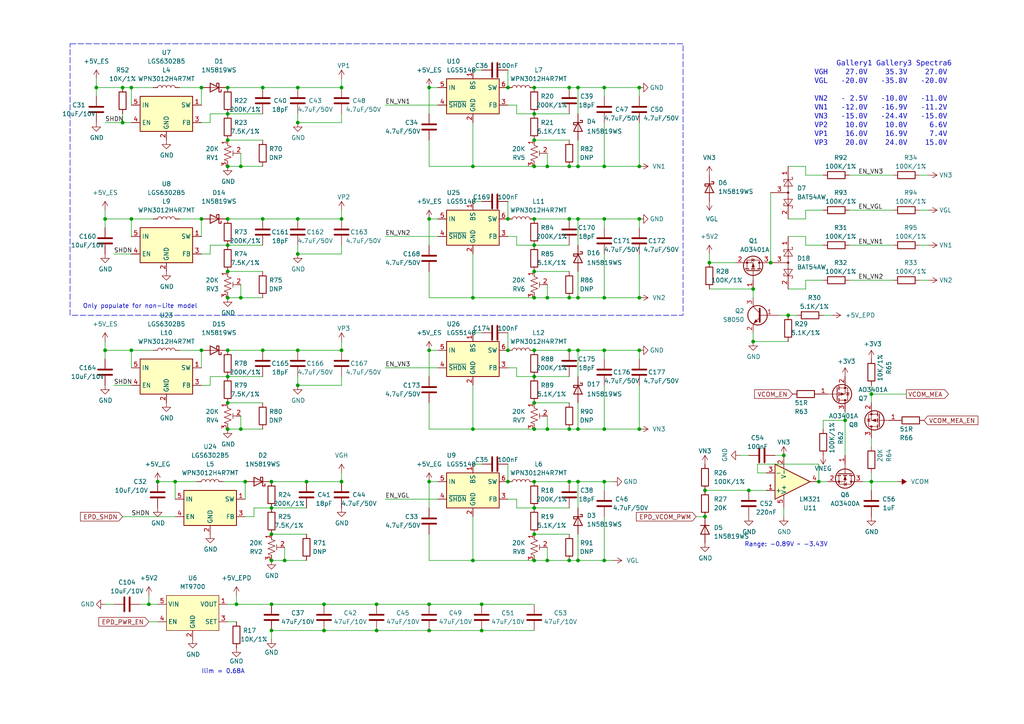
<source format=kicad_sch>
(kicad_sch (version 20231120) (generator "eeschema") (generator_version "8.0")
  (paper "A4")
  (junction (at 154.94 124.46))
  (junction (at 109.22 182.88))
  (junction (at 66.04 124.46))
  (junction (at 154.94 48.26))
  (junction (at 167.64 139.7))
  (junction (at 66.04 78.74))
  (junction (at 167.64 86.36))
  (junction (at 99.06 139.7))
  (junction (at 71.12 139.7))
  (junction (at 175.26 139.7))
  (junction (at 154.94 40.64))
  (junction (at 124.46 25.4))
  (junction (at 27.94 25.4))
  (junction (at 88.9 139.7))
  (junction (at 66.04 116.84))
  (junction (at 165.1 25.4))
  (junction (at 76.2 63.5))
  (junction (at 185.42 86.36))
  (junction (at 175.26 162.56))
  (junction (at 204.47 142.24))
  (junction (at 154.94 86.36))
  (junction (at 30.48 101.6))
  (junction (at 76.2 101.6))
  (junction (at 154.94 147.32) (diameter 0.9144))
  (junction (at 175.26 86.36))
  (junction (at 69.85 86.36))
  (junction (at 38.1 101.6))
  (junction (at 154.94 109.22) (diameter 0.9144))
  (junction (at 147.32 63.5))
  (junction (at 78.74 147.32) (diameter 0.9144))
  (junction (at 35.56 25.4))
  (junction (at 69.85 124.46))
  (junction (at 35.56 35.56))
  (junction (at 154.94 154.94))
  (junction (at 124.46 101.6))
  (junction (at 68.58 175.26))
  (junction (at 99.06 101.6))
  (junction (at 154.94 25.4))
  (junction (at 78.74 139.7))
  (junction (at 167.64 124.46))
  (junction (at 185.42 25.4))
  (junction (at 167.64 48.26))
  (junction (at 66.04 48.26))
  (junction (at 185.42 101.6))
  (junction (at 154.94 78.74))
  (junction (at 217.17 142.24))
  (junction (at 167.64 162.56))
  (junction (at 165.1 139.7))
  (junction (at 58.42 63.5))
  (junction (at 66.04 63.5))
  (junction (at 154.94 116.84))
  (junction (at 227.33 132.08))
  (junction (at 124.46 175.26))
  (junction (at 58.42 25.4))
  (junction (at 78.74 154.94))
  (junction (at 139.7 175.26))
  (junction (at 165.1 162.56))
  (junction (at 165.1 101.6))
  (junction (at 86.36 35.56))
  (junction (at 175.26 25.4))
  (junction (at 86.36 111.76))
  (junction (at 218.44 99.06))
  (junction (at 137.16 86.36))
  (junction (at 69.85 48.26))
  (junction (at 66.04 33.02) (diameter 0.9144))
  (junction (at 185.42 63.5))
  (junction (at 124.46 139.7))
  (junction (at 175.26 63.5))
  (junction (at 99.06 25.4))
  (junction (at 158.75 124.46))
  (junction (at 154.94 71.12) (diameter 0.9144))
  (junction (at 228.6 91.44))
  (junction (at 223.52 76.2))
  (junction (at 167.64 25.4))
  (junction (at 93.98 175.26))
  (junction (at 82.55 162.56))
  (junction (at 165.1 63.5))
  (junction (at 38.1 63.5))
  (junction (at 147.32 101.6))
  (junction (at 252.73 139.7))
  (junction (at 218.44 83.82))
  (junction (at 124.46 182.88))
  (junction (at 185.42 48.26))
  (junction (at 93.98 182.88))
  (junction (at 137.16 48.26))
  (junction (at 154.94 101.6))
  (junction (at 175.26 101.6))
  (junction (at 43.18 175.26))
  (junction (at 205.74 76.2))
  (junction (at 154.94 139.7))
  (junction (at 66.04 86.36))
  (junction (at 167.64 63.5))
  (junction (at 58.42 101.6))
  (junction (at 86.36 101.6))
  (junction (at 158.75 48.26))
  (junction (at 139.7 182.88))
  (junction (at 154.94 63.5))
  (junction (at 185.42 124.46))
  (junction (at 78.74 162.56))
  (junction (at 45.72 139.7))
  (junction (at 237.49 139.7))
  (junction (at 154.94 162.56))
  (junction (at 175.26 48.26))
  (junction (at 165.1 86.36))
  (junction (at 66.04 40.64))
  (junction (at 66.04 101.6))
  (junction (at 86.36 25.4))
  (junction (at 38.1 25.4))
  (junction (at 86.36 63.5))
  (junction (at 30.48 63.5))
  (junction (at 158.75 162.56))
  (junction (at 78.74 182.88))
  (junction (at 99.06 63.5))
  (junction (at 86.36 73.66))
  (junction (at 167.64 101.6))
  (junction (at 158.75 86.36))
  (junction (at 137.16 162.56))
  (junction (at 66.04 25.4))
  (junction (at 66.04 109.22) (diameter 0.9144))
  (junction (at 252.73 114.3))
  (junction (at 245.11 121.92))
  (junction (at 137.16 124.46))
  (junction (at 50.8 139.7))
  (junction (at 124.46 63.5))
  (junction (at 165.1 124.46))
  (junction (at 147.32 139.7))
  (junction (at 109.22 175.26))
  (junction (at 76.2 25.4))
  (junction (at 147.32 25.4))
  (junction (at 175.26 124.46))
  (junction (at 204.47 149.86))
  (junction (at 154.94 33.02) (diameter 0.9144))
  (junction (at 66.04 71.12) (diameter 0.9144))
  (junction (at 78.74 175.26))
  (junction (at 165.1 48.26))
  (wire (pts (xy 252.73 127) (xy 252.73 129.54)))
  (wire (pts (xy 86.36 33.02) (xy 86.36 35.56)))
  (wire (pts (xy 147.32 68.58) (xy 149.86 68.58)))
  (wire (pts (xy 154.94 154.94) (xy 165.1 154.94)))
  (wire (pts (xy 167.64 139.7) (xy 175.26 139.7)))
  (wire (pts (xy 246.38 60.96) (xy 259.08 60.96)))
  (wire (pts (xy 158.75 158.75) (xy 158.75 162.56)))
  (wire (pts (xy 30.48 101.6) (xy 38.1 101.6)))
  (wire (pts (xy 99.06 71.12) (xy 99.06 73.66)))
  (wire (pts (xy 158.75 120.65) (xy 158.75 124.46)))
  (wire (pts (xy 165.1 124.46) (xy 167.64 124.46)))
  (wire (pts (xy 30.48 63.5) (xy 38.1 63.5)))
  (wire (pts (xy 175.26 73.66) (xy 175.26 86.36)))
  (wire (pts (xy 175.26 25.4) (xy 185.42 25.4)))
  (wire (pts (xy 35.56 25.4) (xy 38.1 25.4)))
  (wire (pts (xy 217.17 132.08) (xy 214.63 132.08)))
  (wire (pts (xy 43.18 180.34) (xy 45.72 180.34)))
  (wire (pts (xy 124.46 63.5) (xy 127 63.5)))
  (wire (pts (xy 218.44 83.82) (xy 218.44 86.36)))
  (wire (pts (xy 82.55 158.75) (xy 82.55 162.56)))
  (wire (pts (xy 233.68 60.96) (xy 238.76 60.96)))
  (wire (pts (xy 66.04 124.46) (xy 69.85 124.46)))
  (wire (pts (xy 86.36 101.6) (xy 99.06 101.6)))
  (wire (pts (xy 154.94 33.02) (xy 149.86 33.02)))
  (wire (pts (xy 66.04 116.84) (xy 76.2 116.84)))
  (wire (pts (xy 71.12 139.7) (xy 71.12 144.78)))
  (wire (pts (xy 167.64 101.6) (xy 167.64 109.22)))
  (wire (pts (xy 167.64 139.7) (xy 167.64 147.32)))
  (wire (pts (xy 137.16 58.42) (xy 139.7 58.42)))
  (wire (pts (xy 124.46 40.64) (xy 124.46 48.26)))
  (wire (pts (xy 165.1 162.56) (xy 167.64 162.56)))
  (wire (pts (xy 60.96 71.12) (xy 66.04 71.12)))
  (wire (pts (xy 111.76 68.58) (xy 127 68.58)))
  (wire (pts (xy 167.64 124.46) (xy 175.26 124.46)))
  (wire (pts (xy 35.56 35.56) (xy 38.1 35.56)))
  (wire (pts (xy 50.8 139.7) (xy 50.8 144.78)))
  (wire (pts (xy 109.22 182.88) (xy 124.46 182.88)))
  (wire (pts (xy 93.98 175.26) (xy 109.22 175.26)))
  (wire (pts (xy 237.49 134.62) (xy 219.71 134.62)))
  (wire (pts (xy 175.26 63.5) (xy 175.26 66.04)))
  (wire (pts (xy 111.76 144.78) (xy 127 144.78)))
  (wire (pts (xy 66.04 175.26) (xy 68.58 175.26)))
  (wire (pts (xy 175.26 101.6) (xy 175.26 104.14)))
  (wire (pts (xy 185.42 35.56) (xy 185.42 48.26)))
  (wire (pts (xy 78.74 147.32) (xy 88.9 147.32)))
  (wire (pts (xy 99.06 60.96) (xy 99.06 63.5)))
  (wire (pts (xy 205.74 73.66) (xy 205.74 76.2)))
  (wire (pts (xy 167.64 154.94) (xy 167.64 162.56)))
  (wire (pts (xy 27.94 25.4) (xy 35.56 25.4)))
  (wire (pts (xy 147.32 20.32) (xy 147.32 25.4)))
  (wire (pts (xy 175.26 86.36) (xy 185.42 86.36)))
  (wire (pts (xy 204.47 142.24) (xy 217.17 142.24)))
  (wire (pts (xy 30.48 99.06) (xy 30.48 101.6)))
  (wire (pts (xy 154.94 86.36) (xy 137.16 86.36)))
  (wire (pts (xy 147.32 30.48) (xy 149.86 30.48)))
  (wire (pts (xy 167.64 101.6) (xy 175.26 101.6)))
  (wire (pts (xy 58.42 35.56) (xy 60.96 35.56)))
  (wire (pts (xy 233.68 50.8) (xy 238.76 50.8)))
  (wire (pts (xy 78.74 147.32) (xy 73.66 147.32)))
  (wire (pts (xy 69.85 44.45) (xy 69.85 48.26)))
  (wire (pts (xy 99.06 22.86) (xy 99.06 25.4)))
  (wire (pts (xy 154.94 48.26) (xy 158.75 48.26)))
  (wire (pts (xy 250.19 139.7) (xy 252.73 139.7)))
  (wire (pts (xy 175.26 162.56) (xy 177.8 162.56)))
  (wire (pts (xy 233.68 81.28) (xy 238.76 81.28)))
  (wire (pts (xy 124.46 78.74) (xy 124.46 86.36)))
  (wire (pts (xy 137.16 149.86) (xy 137.16 162.56)))
  (wire (pts (xy 205.74 76.2) (xy 213.36 76.2)))
  (wire (pts (xy 167.64 25.4) (xy 175.26 25.4)))
  (wire (pts (xy 175.26 124.46) (xy 185.42 124.46)))
  (wire (pts (xy 66.04 180.34) (xy 68.58 180.34)))
  (wire (pts (xy 124.46 162.56) (xy 137.16 162.56)))
  (wire (pts (xy 124.46 175.26) (xy 139.7 175.26)))
  (wire (pts (xy 167.64 78.74) (xy 167.64 86.36)))
  (wire (pts (xy 252.73 139.7) (xy 260.35 139.7)))
  (wire (pts (xy 58.42 63.5) (xy 58.42 68.58)))
  (wire (pts (xy 246.38 71.12) (xy 259.08 71.12)))
  (wire (pts (xy 154.94 48.26) (xy 137.16 48.26)))
  (wire (pts (xy 35.56 33.02) (xy 35.56 35.56)))
  (wire (pts (xy 165.1 86.36) (xy 167.64 86.36)))
  (wire (pts (xy 60.96 109.22) (xy 66.04 109.22)))
  (wire (pts (xy 149.86 144.78) (xy 149.86 147.32)))
  (wire (pts (xy 137.16 111.76) (xy 137.16 124.46)))
  (wire (pts (xy 33.02 73.66) (xy 38.1 73.66)))
  (wire (pts (xy 154.94 71.12) (xy 149.86 71.12)))
  (wire (pts (xy 154.94 101.6) (xy 165.1 101.6)))
  (wire (pts (xy 109.22 175.26) (xy 124.46 175.26)))
  (wire (pts (xy 233.68 68.58) (xy 228.6 68.58)))
  (wire (pts (xy 86.36 71.12) (xy 86.36 73.66)))
  (wire (pts (xy 58.42 73.66) (xy 60.96 73.66)))
  (wire (pts (xy 185.42 25.4) (xy 185.42 27.94)))
  (wire (pts (xy 66.04 78.74) (xy 76.2 78.74)))
  (wire (pts (xy 167.64 86.36) (xy 175.26 86.36)))
  (wire (pts (xy 66.04 101.6) (xy 76.2 101.6)))
  (wire (pts (xy 27.94 22.86) (xy 27.94 25.4)))
  (wire (pts (xy 139.7 175.26) (xy 154.94 175.26)))
  (wire (pts (xy 154.94 124.46) (xy 137.16 124.46)))
  (wire (pts (xy 124.46 116.84) (xy 124.46 124.46)))
  (wire (pts (xy 165.1 139.7) (xy 167.64 139.7)))
  (wire (pts (xy 158.75 86.36) (xy 165.1 86.36)))
  (wire (pts (xy 154.94 86.36) (xy 158.75 86.36)))
  (wire (pts (xy 69.85 124.46) (xy 76.2 124.46)))
  (wire (pts (xy 69.85 86.36) (xy 76.2 86.36)))
  (wire (pts (xy 66.04 25.4) (xy 76.2 25.4)))
  (wire (pts (xy 35.56 149.86) (xy 50.8 149.86)))
  (wire (pts (xy 99.06 109.22) (xy 99.06 111.76)))
  (wire (pts (xy 252.73 116.84) (xy 252.73 114.3)))
  (wire (pts (xy 99.06 99.06) (xy 99.06 101.6)))
  (wire (pts (xy 76.2 63.5) (xy 86.36 63.5)))
  (wire (pts (xy 205.74 83.82) (xy 218.44 83.82)))
  (wire (pts (xy 137.16 20.32) (xy 139.7 20.32)))
  (wire (pts (xy 154.94 25.4) (xy 165.1 25.4)))
  (wire (pts (xy 82.55 162.56) (xy 88.9 162.56)))
  (wire (pts (xy 175.26 63.5) (xy 185.42 63.5)))
  (wire (pts (xy 154.94 147.32) (xy 149.86 147.32)))
  (wire (pts (xy 38.1 63.5) (xy 38.1 68.58)))
  (wire (pts (xy 154.94 116.84) (xy 165.1 116.84)))
  (wire (pts (xy 111.76 106.68) (xy 127 106.68)))
  (wire (pts (xy 78.74 175.26) (xy 93.98 175.26)))
  (wire (pts (xy 185.42 111.76) (xy 185.42 124.46)))
  (wire (pts (xy 147.32 134.62) (xy 147.32 139.7)))
  (wire (pts (xy 154.94 162.56) (xy 137.16 162.56)))
  (wire (pts (xy 78.74 139.7) (xy 88.9 139.7)))
  (wire (pts (xy 99.06 111.76) (xy 86.36 111.76)))
  (wire (pts (xy 71.12 149.86) (xy 73.66 149.86)))
  (wire (pts (xy 167.64 63.5) (xy 175.26 63.5)))
  (wire (pts (xy 154.94 109.22) (xy 165.1 109.22)))
  (wire (pts (xy 266.7 71.12) (xy 269.24 71.12)))
  (wire (pts (xy 158.75 44.45) (xy 158.75 48.26)))
  (wire (pts (xy 245.11 119.38) (xy 245.11 121.92)))
  (wire (pts (xy 167.64 48.26) (xy 175.26 48.26)))
  (wire (pts (xy 227.33 147.32) (xy 227.33 149.86)))
  (wire (pts (xy 233.68 60.96) (xy 233.68 63.5)))
  (wire (pts (xy 86.36 109.22) (xy 86.36 111.76)))
  (wire (pts (xy 45.72 139.7) (xy 50.8 139.7)))
  (wire (pts (xy 154.94 63.5) (xy 165.1 63.5)))
  (wire (pts (xy 66.04 40.64) (xy 76.2 40.64)))
  (wire (pts (xy 93.98 182.88) (xy 109.22 182.88)))
  (wire (pts (xy 266.7 81.28) (xy 269.24 81.28)))
  (wire (pts (xy 252.73 111.76) (xy 252.73 114.3)))
  (wire (pts (xy 38.1 25.4) (xy 38.1 30.48)))
  (wire (pts (xy 58.42 111.76) (xy 60.96 111.76)))
  (wire (pts (xy 175.26 149.86) (xy 175.26 162.56)))
  (wire (pts (xy 154.94 71.12) (xy 165.1 71.12)))
  (wire (pts (xy 233.68 83.82) (xy 228.6 83.82)))
  (wire (pts (xy 237.49 139.7) (xy 237.49 134.62)))
  (wire (pts (xy 154.94 162.56) (xy 158.75 162.56)))
  (wire (pts (xy 175.26 111.76) (xy 175.26 124.46)))
  (wire (pts (xy 111.76 30.48) (xy 127 30.48)))
  (wire (pts (xy 149.86 30.48) (xy 149.86 33.02)))
  (wire (pts (xy 124.46 86.36) (xy 137.16 86.36)))
  (wire (pts (xy 147.32 144.78) (xy 149.86 144.78)))
  (wire (pts (xy 252.73 139.7) (xy 252.73 142.24)))
  (wire (pts (xy 167.64 40.64) (xy 167.64 48.26)))
  (wire (pts (xy 223.52 55.88) (xy 223.52 76.2)))
  (wire (pts (xy 38.1 101.6) (xy 44.45 101.6)))
  (wire (pts (xy 175.26 25.4) (xy 175.26 27.94)))
  (wire (pts (xy 165.1 101.6) (xy 167.64 101.6)))
  (wire (pts (xy 175.26 101.6) (xy 185.42 101.6)))
  (wire (pts (xy 124.46 124.46) (xy 137.16 124.46)))
  (wire (pts (xy 30.48 175.26) (xy 33.02 175.26)))
  (wire (pts (xy 33.02 111.76) (xy 38.1 111.76)))
  (wire (pts (xy 201.93 149.86) (xy 204.47 149.86)))
  (wire (pts (xy 30.48 35.56) (xy 35.56 35.56)))
  (wire (pts (xy 139.7 182.88) (xy 154.94 182.88)))
  (wire (pts (xy 38.1 63.5) (xy 44.45 63.5)))
  (wire (pts (xy 154.94 124.46) (xy 158.75 124.46)))
  (wire (pts (xy 66.04 86.36) (xy 69.85 86.36)))
  (wire (pts (xy 238.76 121.92) (xy 245.11 121.92)))
  (wire (pts (xy 30.48 101.6) (xy 30.48 104.14)))
  (wire (pts (xy 154.94 78.74) (xy 165.1 78.74)))
  (wire (pts (xy 167.64 25.4) (xy 167.64 33.02)))
  (wire (pts (xy 30.48 60.96) (xy 30.48 63.5)))
  (wire (pts (xy 60.96 33.02) (xy 66.04 33.02)))
  (wire (pts (xy 69.85 82.55) (xy 69.85 86.36)))
  (wire (pts (xy 233.68 50.8) (xy 233.68 48.26)))
  (wire (pts (xy 124.46 63.5) (xy 124.46 71.12)))
  (wire (pts (xy 233.68 71.12) (xy 238.76 71.12)))
  (wire (pts (xy 158.75 82.55) (xy 158.75 86.36)))
  (wire (pts (xy 43.18 175.26) (xy 45.72 175.26)))
  (wire (pts (xy 175.26 139.7) (xy 177.8 139.7)))
  (wire (pts (xy 124.46 101.6) (xy 124.46 109.22)))
  (wire (pts (xy 52.07 63.5) (xy 58.42 63.5)))
  (wire (pts (xy 60.96 111.76) (xy 60.96 109.22)))
  (wire (pts (xy 66.04 109.22) (xy 76.2 109.22)))
  (wire (pts (xy 60.96 73.66) (xy 60.96 71.12)))
  (wire (pts (xy 165.1 25.4) (xy 167.64 25.4)))
  (wire (pts (xy 137.16 134.62) (xy 139.7 134.62)))
  (wire (pts (xy 78.74 162.56) (xy 82.55 162.56)))
  (wire (pts (xy 27.94 25.4) (xy 27.94 27.94)))
  (wire (pts (xy 238.76 121.92) (xy 238.76 124.46)))
  (wire (pts (xy 149.86 68.58) (xy 149.86 71.12)))
  (wire (pts (xy 185.42 101.6) (xy 185.42 104.14)))
  (wire (pts (xy 175.26 48.26) (xy 185.42 48.26)))
  (wire (pts (xy 266.7 50.8) (xy 269.24 50.8)))
  (wire (pts (xy 124.46 182.88) (xy 139.7 182.88)))
  (wire (pts (xy 40.64 175.26) (xy 43.18 175.26)))
  (wire (pts (xy 137.16 35.56) (xy 137.16 48.26)))
  (wire (pts (xy 218.44 99.06) (xy 228.6 99.06)))
  (wire (pts (xy 124.46 154.94) (xy 124.46 162.56)))
  (wire (pts (xy 154.94 139.7) (xy 165.1 139.7)))
  (wire (pts (xy 30.48 63.5) (xy 30.48 66.04)))
  (wire (pts (xy 50.8 139.7) (xy 57.15 139.7)))
  (wire (pts (xy 217.17 142.24) (xy 222.25 142.24)))
  (wire (pts (xy 246.38 50.8) (xy 259.08 50.8)))
  (wire (pts (xy 58.42 25.4) (xy 58.42 30.48)))
  (wire (pts (xy 218.44 96.52) (xy 218.44 99.06)))
  (wire (pts (xy 154.94 109.22) (xy 149.86 109.22)))
  (wire (pts (xy 154.94 40.64) (xy 165.1 40.64)))
  (wire (pts (xy 147.32 96.52) (xy 147.32 101.6)))
  (wire (pts (xy 99.06 33.02) (xy 99.06 35.56)))
  (wire (pts (xy 68.58 175.26) (xy 68.58 172.72)))
  (wire (pts (xy 154.94 33.02) (xy 165.1 33.02)))
  (wire (pts (xy 86.36 63.5) (xy 99.06 63.5)))
  (wire (pts (xy 233.68 71.12) (xy 233.68 68.58)))
  (wire (pts (xy 167.64 162.56) (xy 175.26 162.56)))
  (wire (pts (xy 124.46 101.6) (xy 127 101.6)))
  (wire (pts (xy 252.73 114.3) (xy 262.89 114.3)))
  (wire (pts (xy 66.04 71.12) (xy 76.2 71.12)))
  (wire (pts (xy 38.1 25.4) (xy 44.45 25.4)))
  (wire (pts (xy 233.68 48.26) (xy 228.6 48.26)))
  (wire (pts (xy 228.6 91.44) (xy 231.14 91.44)))
  (wire (pts (xy 124.46 25.4) (xy 124.46 33.02)))
  (wire (pts (xy 99.06 73.66) (xy 86.36 73.66)))
  (wire (pts (xy 124.46 139.7) (xy 127 139.7)))
  (wire (pts (xy 219.71 137.16) (xy 222.25 137.16)))
  (wire (pts (xy 137.16 96.52) (xy 139.7 96.52)))
  (wire (pts (xy 78.74 182.88) (xy 78.74 185.42)))
  (wire (pts (xy 158.75 124.46) (xy 165.1 124.46)))
  (wire (pts (xy 38.1 101.6) (xy 38.1 106.68)))
  (wire (pts (xy 266.7 60.96) (xy 269.24 60.96)))
  (wire (pts (xy 76.2 101.6) (xy 86.36 101.6)))
  (wire (pts (xy 147.32 58.42) (xy 147.32 63.5)))
  (wire (pts (xy 147.32 106.68) (xy 149.86 106.68)))
  (wire (pts (xy 43.18 172.72) (xy 43.18 175.26)))
  (wire (pts (xy 66.04 63.5) (xy 76.2 63.5)))
  (wire (pts (xy 66.04 48.26) (xy 69.85 48.26)))
  (wire (pts (xy 124.46 139.7) (xy 124.46 147.32)))
  (wire (pts (xy 124.46 48.26) (xy 137.16 48.26)))
  (wire (pts (xy 66.04 33.02) (xy 76.2 33.02)))
  (wire (pts (xy 137.16 73.66) (xy 137.16 86.36)))
  (wire (pts (xy 76.2 25.4) (xy 86.36 25.4)))
  (wire (pts (xy 245.11 121.92) (xy 245.11 132.08)))
  (wire (pts (xy 185.42 63.5) (xy 185.42 66.04)))
  (wire (pts (xy 52.07 101.6) (xy 58.42 101.6)))
  (wire (pts (xy 73.66 147.32) (xy 73.66 149.86)))
  (wire (pts (xy 237.49 139.7) (xy 240.03 139.7)))
  (wire (pts (xy 165.1 63.5) (xy 167.64 63.5)))
  (wire (pts (xy 58.42 101.6) (xy 58.42 106.68)))
  (wire (pts (xy 246.38 81.28) (xy 259.08 81.28)))
  (wire (pts (xy 99.06 35.56) (xy 86.36 35.56)))
  (wire (pts (xy 227.33 132.08) (xy 224.79 132.08)))
  (wire (pts (xy 238.76 91.44) (xy 241.3 91.44)))
  (wire (pts (xy 252.73 137.16) (xy 252.73 139.7)))
  (wire (pts (xy 167.64 63.5) (xy 167.64 71.12)))
  (wire (pts (xy 158.75 48.26) (xy 165.1 48.26)))
  (wire (pts (xy 226.06 91.44) (xy 228.6 91.44)))
  (wire (pts (xy 149.86 106.68) (xy 149.86 109.22)))
  (wire (pts (xy 78.74 182.88) (xy 93.98 182.88)))
  (wire (pts (xy 52.07 25.4) (xy 58.42 25.4)))
  (wire (pts (xy 78.74 154.94) (xy 88.9 154.94)))
  (wire (pts (xy 233.68 63.5) (xy 228.6 63.5)))
  (wire (pts (xy 233.68 81.28) (xy 233.68 83.82)))
  (wire (pts (xy 88.9 139.7) (xy 99.06 139.7)))
  (wire (pts (xy 219.71 134.62) (xy 219.71 137.16)))
  (wire (pts (xy 69.85 120.65) (xy 69.85 124.46)))
  (wire (pts (xy 167.64 116.84) (xy 167.64 124.46)))
  (wire (pts (xy 69.85 48.26) (xy 76.2 48.26)))
  (wire (pts (xy 175.26 139.7) (xy 175.26 142.24)))
  (wire (pts (xy 68.58 175.26) (xy 78.74 175.26)))
  (wire (pts (xy 99.06 137.16) (xy 99.06 139.7)))
  (wire (pts (xy 124.46 25.4) (xy 127 25.4)))
  (wire (pts (xy 185.42 73.66) (xy 185.42 86.36)))
  (wire (pts (xy 158.75 162.56) (xy 165.1 162.56)))
  (wire (pts (xy 64.77 139.7) (xy 71.12 139.7)))
  (wire (pts (xy 154.94 147.32) (xy 165.1 147.32)))
  (wire (pts (xy 175.26 35.56) (xy 175.26 48.26)))
  (wire (pts (xy 165.1 48.26) (xy 167.64 48.26)))
  (wire (pts (xy 60.96 35.56) (xy 60.96 33.02)))
  (wire (pts (xy 86.36 25.4) (xy 99.06 25.4)))
  (rectangle (start 20.32 12.7) (end 198.12 91.44) (stroke (width 0) (type dash)))
  (text "     Gallery1 Gallery3 Spectra6\nVGH    27.0V    35.3V    27.0V\nVGL   -20.0V   -35.8V   -20.0V\n            \nVN2   - 2.5V   -10.0V   -11.0V\nVN1   -12.0V   -16.9V   -11.2V\nVN3   -15.0V   -24.4V   -15.0V\nVP2    10.0V    10.0V     6.6V\nVP1    16.0V    16.9V     7.4V\nVP3    20.0V    24.0V    15.0V" (at 236.22 30.48 0) (effects (font (size 1.524 1.524)) (justify left)))
  (text "Ilim = 0.68A" (at 58.42 195.58 0) (effects (font (size 1.27 1.27)) (justify left bottom)))
  (text "Range: -0.89V ~ -3.43V" (at 215.9 158.75 0) (effects (font (size 1.27 1.27)) (justify left bottom)))
  (text "Only populate for non-Lite model" (at 40.64 88.9 0) (effects (font (size 1.27 1.27))))
  (label "EN_VN1" (at 248.92 71.12 0))
  (label "EN_VN3" (at 248.92 50.8 0))
  (label "EN_VN2" (at 111.76 68.58 0))
  (label "EN_VGL" (at 248.92 60.96 0))
  (label "EN_VGL" (at 111.76 144.78 0))
  (label "EN_VN2" (at 248.92 81.28 0))
  (label "SHDN" (at 38.1 149.86 0))
  (label "SHDN" (at 30.48 35.56 0))
  (label "SHDN" (at 33.02 111.76 0))
  (label "SHDN" (at 33.02 73.66 0))
  (label "EN_VN3" (at 111.76 106.68 0))
  (label "EN_VN1" (at 111.76 30.48 0))
  (global_label "VCOM_MEA" (shape output) (at 262.89 114.3 0) (property "Intersheetrefs" "${INTERSHEET_REFS}" (effects (hide yes))))
  (global_label "EPD_VCOM_PWM" (shape input) (at 201.93 149.86 180) (property "Intersheetrefs" "${INTERSHEET_REFS}" (effects (hide yes))))
  (global_label "VCOM_MEA_EN" (shape input) (at 267.97 121.92 0) (property "Intersheetrefs" "${INTERSHEET_REFS}" (effects (hide yes))))
  (global_label "EPD_PWR_EN" (shape input) (at 43.18 180.34 180) (property "Intersheetrefs" "${INTERSHEET_REFS}" (effects (hide yes))))
  (global_label "EPD_SHDN" (shape input) (at 35.56 149.86 180) (property "Intersheetrefs" "${INTERSHEET_REFS}" (effects (hide yes))))
  (global_label "VCOM_EN" (shape input) (at 229.87 114.3 180) (property "Intersheetrefs" "${INTERSHEET_REFS}" (effects (hide yes))))
  (symbol (lib_id "symbols:VPOS") (at 99.06 22.86 0) (unit 1)
    (property "Reference" "#PWR063" (effects (hide yes)))
    (property "Value" "VP1" (at 97.79 19.05 0) (effects (justify left)))
  )
  (symbol (lib_id "Device:L") (at 151.13 63.5 90) (unit 1)
    (property "Reference" "L11" (at 156.21 58.42 90))
    (property "Value" "WPN3012H4R7MT" (at 156.21 60.96 90))
    (property "Footprint" "Inductor_SMD:L_Changjiang_FNR3012S" (effects (hide yes)))
  )
  (symbol (lib_id "power:+3V3") (at 252.73 104.14 0) (unit 1)
    (property "Reference" "#PWR085" (effects (hide yes)))
    (property "Value" "+3V3" (at 253.111 99.7458 0))
  )
  (symbol (lib_id "power:GND") (at 218.44 99.06 0) (unit 1)
    (property "Reference" "#PWR077" (effects (hide yes)))
    (property "Value" "GND" (at 218.567 103.4542 0))
  )
  (symbol (lib_id "symbols:SY8120") (at 137.16 142.24 0) (unit 1)
    (property "Reference" "U9" (at 129.54 132.08 0) (effects (justify left)))
    (property "Value" "LGS5148" (at 129.54 134.62 0) (effects (justify left)))
    (property "Footprint" "Package_TO_SOT_SMD:TSOT-23-6" (effects (hide yes)))
  )
  (symbol (lib_id "Device:R") (at 242.57 60.96 270) (unit 1)
    (property "Reference" "R93" (at 243.84 55.88 90))
    (property "Value" "100K/1%" (at 243.84 58.42 90))
    (property "Footprint" "Resistor_SMD:R_0402_1005Metric" (effects (hide yes)))
  )
  (symbol (lib_id "Diode:1N5819WS") (at 167.64 36.83 270) (unit 1)
    (property "Reference" "D4" (at 170.18 35.2425 90) (effects (justify left)))
    (property "Value" "1N5819WS" (at 170.18 38.1 90) (effects (justify left)))
    (property "Footprint" "Diode_SMD:D_SOD-323" (effects (hide yes)))
  )
  (symbol (lib_id "symbols:VNEG") (at 269.24 71.12 270) (unit 1)
    (property "Reference" "#PWR0220" (effects (hide yes)))
    (property "Value" "VN1" (at 274.32 71.12 90))
  )
  (symbol (lib_id "Device:L") (at 48.26 25.4 90) (unit 1)
    (property "Reference" "L4" (at 48.26 20.32 90))
    (property "Value" "WPN3012H4R7MT" (at 48.26 22.86 90))
    (property "Footprint" "Inductor_SMD:L_Changjiang_FNR3012S" (effects (hide yes)))
  )
  (symbol (lib_id "power:GND") (at 78.74 185.42 0) (mirror y) (unit 1)
    (property "Reference" "#PWR060" (effects (hide yes)))
    (property "Value" "GND" (at 78.74 189.23 0))
  )
  (symbol (lib_id "Device:C") (at 175.26 146.05 180) (unit 1)
    (property "Reference" "C46" (at 180.34 144.78 0))
    (property "Value" "4.7uF/50V" (at 182.88 147.32 0))
    (property "Footprint" "Capacitor_SMD:C_0805_2012Metric" (effects (hide yes)))
  )
  (symbol (lib_id "power:GND") (at 217.17 149.86 0) (unit 1)
    (property "Reference" "#PWR076" (effects (hide yes)))
    (property "Value" "GND" (at 217.297 154.2542 0))
  )
  (symbol (lib_id "power:GND") (at 68.58 187.96 0) (mirror y) (unit 1)
    (property "Reference" "#PWR058" (effects (hide yes)))
    (property "Value" "GND" (at 68.58 191.77 0))
  )
  (symbol (lib_id "symbols:VNEG") (at 204.47 134.62 0) (unit 1)
    (property "Reference" "#PWR071" (effects (hide yes)))
    (property "Value" "VN3" (at 204.47 130.81 0))
  )
  (symbol (lib_id "Device:R") (at 76.2 82.55 180) (unit 1)
    (property "Reference" "R75" (at 80.01 81.28 0))
    (property "Value" "DNP" (at 80.01 83.82 0))
    (property "Footprint" "Resistor_SMD:R_0402_1005Metric" (effects (hide yes)))
  )
  (symbol (lib_id "power:GND") (at 66.04 124.46 0) (unit 1)
    (property "Reference" "#PWR0210" (effects (hide yes)))
    (property "Value" "GND" (at 66.167 128.8542 0))
  )
  (symbol (lib_id "symbols:VGL") (at 269.24 81.28 270) (unit 1)
    (property "Reference" "#PWR0146" (effects (hide yes)))
    (property "Value" "VN2" (at 272.415 81.2801 90) (effects (justify left)))
  )
  (symbol (lib_id "power:GND") (at 66.04 86.36 0) (unit 1)
    (property "Reference" "#PWR0204" (effects (hide yes)))
    (property "Value" "GND" (at 66.167 90.7542 0))
  )
  (symbol (lib_id "Device:R") (at 242.57 81.28 270) (unit 1)
    (property "Reference" "R32" (at 243.84 76.2 90))
    (property "Value" "100K/1%" (at 243.84 78.74 90))
    (property "Footprint" "Resistor_SMD:R_0402_1005Metric" (effects (hide yes)))
  )
  (symbol (lib_id "Device:C") (at 185.42 31.75 180) (unit 1)
    (property "Reference" "C50" (at 190.5 31.75 0))
    (property "Value" "4.7uF/50V" (at 191.77 34.29 0))
    (property "Footprint" "Capacitor_SMD:C_0805_2012Metric" (effects (hide yes)))
  )
  (symbol (lib_id "symbols:+5V_EPD") (at 27.94 22.86 0) (unit 1)
    (property "Reference" "#PWR048" (effects (hide yes)))
    (property "Value" "+5V_ES" (at 27.94 17.78 0))
  )
  (symbol (lib_id "power:GND") (at 30.48 73.66 0) (unit 1)
    (property "Reference" "#PWR0202" (effects (hide yes)))
    (property "Value" "GND" (at 30.607 78.0542 0))
  )
  (symbol (lib_id "power:GND") (at 227.33 149.86 0) (unit 1)
    (property "Reference" "#PWR081" (effects (hide yes)))
    (property "Value" "GND" (at 227.457 154.2542 0))
  )
  (symbol (lib_id "Device:C") (at 45.72 143.51 0) (mirror x) (unit 1)
    (property "Reference" "C32" (at 40.64 139.7 0))
    (property "Value" "10uF/10V" (at 38.1 142.24 0))
    (property "Footprint" "Capacitor_SMD:C_0603_1608Metric" (effects (hide yes)))
  )
  (symbol (lib_id "Amplifier_Operational:LM321") (at 229.87 139.7 0) (mirror x) (unit 1)
    (property "Reference" "U11" (at 234.95 147.32 0))
    (property "Value" "LM321" (at 234.95 144.78 0))
    (property "Footprint" "Package_TO_SOT_SMD:SOT-23-5" (effects (hide yes)))
    (property "Datasheet" "http://www.ti.com/lit/ds/symlink/lm321.pdf" (effects (hide yes)))
  )
  (symbol (lib_id "Device:R") (at 262.89 71.12 270) (unit 1)
    (property "Reference" "R95" (at 264.16 66.04 90))
    (property "Value" "100K/1%" (at 264.16 68.58 90))
    (property "Footprint" "Resistor_SMD:R_0402_1005Metric" (effects (hide yes)))
  )
  (symbol (lib_id "Device:Q_NPN_BEC") (at 220.98 91.44 0) (mirror y) (unit 1)
    (property "Reference" "Q2" (at 215.9 90.17 0) (effects (justify left)))
    (property "Value" "S8050" (at 215.9 92.71 0) (effects (justify left)))
    (property "Footprint" "Package_TO_SOT_SMD:SOT-23" (effects (hide yes)))
  )
  (symbol (lib_id "power:GND") (at 185.42 101.6 90) (unit 1)
    (property "Reference" "#PWR0217" (effects (hide yes)))
    (property "Value" "GND" (at 190.5 101.6 90))
  )
  (symbol (lib_id "Device:C") (at 154.94 179.07 0) (mirror x) (unit 1)
    (property "Reference" "C53" (at 162.56 177.8 0))
    (property "Value" "47uF/10V" (at 162.56 180.34 0))
    (property "Footprint" "Capacitor_SMD:C_0805_2012Metric" (effects (hide yes)))
    (property "Ref.Price" "0.0165" (effects (hide yes)))
  )
  (symbol (lib_id "Device:R") (at 35.56 29.21 0) (unit 1)
    (property "Reference" "R52" (at 35.56 20.32 0))
    (property "Value" "10K/1%" (at 35.56 22.86 0))
    (property "Footprint" "Resistor_SMD:R_0402_1005Metric" (effects (hide yes)))
  )
  (symbol (lib_id "power:GND") (at 86.36 35.56 0) (unit 1)
    (property "Reference" "#PWR064" (effects (hide yes)))
    (property "Value" "GND" (at 86.487 39.9542 0))
  )
  (symbol (lib_id "power:GND") (at 45.72 147.32 0) (unit 1)
    (property "Reference" "#PWR051" (effects (hide yes)))
    (property "Value" "GND" (at 45.847 151.7142 0))
  )
  (symbol (lib_id "Diode:1N5819WS") (at 167.64 113.03 270) (unit 1)
    (property "Reference" "D17" (at 170.18 111.4425 90) (effects (justify left)))
    (property "Value" "1N5819WS" (at 170.18 114.3 90) (effects (justify left)))
    (property "Footprint" "Diode_SMD:D_SOD-323" (effects (hide yes)))
  )
  (symbol (lib_id "Device:C") (at 139.7 179.07 0) (mirror x) (unit 1)
    (property "Reference" "C51" (at 147.32 177.8 0))
    (property "Value" "47uF/10V" (at 147.32 180.34 0))
    (property "Footprint" "Capacitor_SMD:C_0805_2012Metric" (effects (hide yes)))
    (property "Ref.Price" "0.0165" (effects (hide yes)))
  )
  (symbol (lib_id "Device:L") (at 48.26 63.5 90) (unit 1)
    (property "Reference" "L9" (at 48.26 58.42 90))
    (property "Value" "WPN3012H4R7MT" (at 48.26 60.96 90))
    (property "Footprint" "Inductor_SMD:L_Changjiang_FNR3012S" (effects (hide yes)))
  )
  (symbol (lib_id "Device:C") (at 185.42 107.95 180) (unit 1)
    (property "Reference" "C177" (at 190.5 107.95 0))
    (property "Value" "4.7uF/50V" (at 191.77 110.49 0))
    (property "Footprint" "Capacitor_SMD:C_0805_2012Metric" (effects (hide yes)))
  )
  (symbol (lib_id "power:GND") (at 48.26 116.84 0) (unit 1)
    (property "Reference" "#PWR0209" (effects (hide yes)))
    (property "Value" "GND" (at 48.387 121.2342 0))
  )
  (symbol (lib_id "Device:C") (at 99.06 105.41 180) (unit 1)
    (property "Reference" "C167" (at 104.14 105.41 0))
    (property "Value" "4.7uF/50V" (at 105.41 107.95 0))
    (property "Footprint" "Capacitor_SMD:C_0805_2012Metric" (effects (hide yes)))
  )
  (symbol (lib_id "Device:R") (at 66.04 74.93 180) (unit 1)
    (property "Reference" "R74" (at 69.85 73.66 0))
    (property "Value" "7.5K/1%" (at 71.12 76.2 0))
    (property "Footprint" "Resistor_SMD:R_0402_1005Metric" (effects (hide yes)))
  )
  (symbol (lib_id "Device:C") (at 93.98 179.07 0) (mirror x) (unit 1)
    (property "Reference" "C42" (at 101.6 177.8 0))
    (property "Value" "47uF/10V" (at 101.6 180.34 0))
    (property "Footprint" "Capacitor_SMD:C_0805_2012Metric" (effects (hide yes)))
    (property "Ref.Price" "0.0165" (effects (hide yes)))
  )
  (symbol (lib_id "symbols:VPOS") (at 99.06 99.06 0) (unit 1)
    (property "Reference" "#PWR0212" (effects (hide yes)))
    (property "Value" "VP3" (at 97.79 95.25 0) (effects (justify left)))
  )
  (symbol (lib_id "symbols:+5V_EPD") (at 68.58 172.72 0) (unit 1)
    (property "Reference" "#PWR059" (effects (hide yes)))
    (property "Value" "+5V_EPD" (at 68.58 167.64 0))
  )
  (symbol (lib_id "Device:C") (at 165.1 143.51 180) (unit 1)
    (property "Reference" "C38" (at 170.18 142.24 0))
    (property "Value" "18pF" (at 170.18 144.78 0))
    (property "Footprint" "Capacitor_SMD:C_0402_1005Metric" (effects (hide yes)))
  )
  (symbol (lib_id "symbols:+5V_EPD") (at 30.48 99.06 0) (unit 1)
    (property "Reference" "#PWR050" (effects (hide yes)))
    (property "Value" "+5V_ES" (at 30.48 93.98 0))
  )
  (symbol (lib_id "symbols:VNEG") (at 269.24 50.8 270) (unit 1)
    (property "Reference" "#PWR0147" (effects (hide yes)))
    (property "Value" "VN3" (at 274.32 50.8 90))
  )
  (symbol (lib_id "power:GND") (at 252.73 149.86 0) (unit 1)
    (property "Reference" "#PWR086" (effects (hide yes)))
    (property "Value" "GND" (at 252.857 154.2542 0))
  )
  (symbol (lib_id "Device:L") (at 60.96 139.7 90) (unit 1)
    (property "Reference" "L5" (at 60.96 134.62 90))
    (property "Value" "WPN3012H4R7MT" (at 60.96 137.16 90))
    (property "Footprint" "Inductor_SMD:L_Changjiang_FNR3012S" (effects (hide yes)))
  )
  (symbol (lib_id "Device:R") (at 154.94 74.93 180) (unit 1)
    (property "Reference" "R85" (at 158.75 73.66 0))
    (property "Value" "5.1K/1%" (at 160.02 76.2 0))
    (property "Footprint" "Resistor_SMD:R_0402_1005Metric" (effects (hide yes)))
  )
  (symbol (lib_id "power:GND") (at 185.42 25.4 90) (unit 1)
    (property "Reference" "#PWR069" (effects (hide yes)))
    (property "Value" "GND" (at 190.5 25.4 90))
  )
  (symbol (lib_id "Device:R") (at 76.2 44.45 180) (unit 1)
    (property "Reference" "R70" (at 80.01 43.18 0))
    (property "Value" "DNP" (at 80.01 45.72 0))
    (property "Footprint" "Resistor_SMD:R_0402_1005Metric" (effects (hide yes)))
  )
  (symbol (lib_id "symbols:VNEG") (at 185.42 48.26 270) (unit 1)
    (property "Reference" "#PWR070" (effects (hide yes)))
    (property "Value" "VN1" (at 191.135 48.26 90))
  )
  (symbol (lib_id "Device:D") (at 204.47 153.67 270) (unit 1)
    (property "Reference" "D5" (at 207.01 153.035 90) (effects (justify left)))
    (property "Value" "1N5819WS" (at 207.01 155.575 90) (effects (justify left)))
    (property "Footprint" "Diode_SMD:D_SOD-323" (effects (hide yes)))
    (property "Sim.Device" "D" (effects (hide yes)))
    (property "Sim.Pins" "1=K 2=A" (effects (hide yes)))
  )
  (symbol (lib_id "symbols:VNEG") (at 205.74 50.8 0) (unit 1)
    (property "Reference" "#PWR078" (effects (hide yes)))
    (property "Value" "VN3" (at 205.74 45.72 0))
  )
  (symbol (lib_id "Device:C") (at 76.2 29.21 180) (unit 1)
    (property "Reference" "C40" (at 81.28 29.21 0))
    (property "Value" "18pF" (at 81.28 31.75 0))
    (property "Footprint" "Capacitor_SMD:C_0402_1005Metric" (effects (hide yes)))
  )
  (symbol (lib_id "symbols:SY8120") (at 137.16 104.14 0) (unit 1)
    (property "Reference" "U26" (at 129.54 93.98 0) (effects (justify left)))
    (property "Value" "LGS5148" (at 129.54 96.52 0) (effects (justify left)))
    (property "Footprint" "Package_TO_SOT_SMD:TSOT-23-6" (effects (hide yes)))
  )
  (symbol (lib_id "Device:R_Potentiometer_Trim_US") (at 66.04 120.65 0) (unit 1)
    (property "Reference" "RV4" (at 63.5 121.92 0) (effects (justify right)))
    (property "Value" "20K" (at 63.5 119.38 0) (effects (justify right)))
    (property "Footprint" "footprints:Potentiometer_Bourns_TC33X_Vertical" (effects (hide yes)))
  )
  (symbol (lib_id "Diode:1N5819WS") (at 62.23 63.5 180) (unit 1)
    (property "Reference" "D14" (at 63.5 55.88 0))
    (property "Value" "1N5819WS" (at 63.5 58.42 0))
    (property "Footprint" "Diode_SMD:D_SOD-323" (effects (hide yes)))
  )
  (symbol (lib_id "Device:R_Potentiometer_Trim_US") (at 154.94 44.45 0) (unit 1)
    (property "Reference" "RV5" (at 152.4 45.72 0) (effects (justify right)))
    (property "Value" "20K" (at 152.4 43.18 0) (effects (justify right)))
    (property "Footprint" "footprints:Potentiometer_Bourns_TC33X_Vertical" (effects (hide yes)))
  )
  (symbol (lib_id "symbols:MT9700") (at 55.88 177.8 0) (unit 1)
    (property "Reference" "U6" (at 55.88 167.64 0))
    (property "Value" "MT9700" (at 55.88 170.18 0))
    (property "Footprint" "Package_TO_SOT_SMD:SOT-23-5" (effects (hide yes)))
  )
  (symbol (lib_id "Device:R") (at 233.68 114.3 90) (unit 1)
    (property "Reference" "R63" (at 232.41 119.38 90))
    (property "Value" "51R" (at 232.41 116.84 90))
    (property "Footprint" "Resistor_SMD:R_0402_1005Metric" (effects (hide yes)))
  )
  (symbol (lib_id "symbols:+5V_EPD") (at 241.3 91.44 270) (unit 1)
    (property "Reference" "#PWR083" (effects (hide yes)))
    (property "Value" "+5V_EPD" (at 245.11 91.44 90) (effects (justify left)))
  )
  (symbol (lib_id "power:VCOM") (at 260.35 139.7 270) (unit 1)
    (property "Reference" "#PWR0145" (effects (hide yes)))
    (property "Value" "VCOM" (at 264.16 139.7 90) (effects (justify left)))
  )
  (symbol (lib_id "Diode:1N5819WS") (at 205.74 54.61 270) (unit 1)
    (property "Reference" "D6" (at 208.28 53.0225 90) (effects (justify left)))
    (property "Value" "1N5819WS" (at 208.28 55.5625 90) (effects (justify left)))
    (property "Footprint" "Diode_SMD:D_SOD-323" (effects (hide yes)))
  )
  (symbol (lib_id "power:GND") (at 177.8 139.7 90) (unit 1)
    (property "Reference" "#PWR067" (effects (hide yes)))
    (property "Value" "GND" (at 182.88 139.7 90))
  )
  (symbol (lib_id "power:GND") (at 86.36 111.76 0) (unit 1)
    (property "Reference" "#PWR0211" (effects (hide yes)))
    (property "Value" "GND" (at 86.487 116.1542 0))
  )
  (symbol (lib_id "Device:C") (at 99.06 67.31 180) (unit 1)
    (property "Reference" "C163" (at 104.14 67.31 0))
    (property "Value" "4.7uF/50V" (at 105.41 69.85 0))
    (property "Footprint" "Capacitor_SMD:C_0805_2012Metric" (effects (hide yes)))
  )
  (symbol (lib_id "symbols:SY8120") (at 137.16 27.94 0) (unit 1)
    (property "Reference" "U10" (at 129.54 17.78 0) (effects (justify left)))
    (property "Value" "LGS5148" (at 129.54 20.32 0) (effects (justify left)))
    (property "Footprint" "Package_TO_SOT_SMD:TSOT-23-6" (effects (hide yes)))
  )
  (symbol (lib_id "Diode:1N5819WS") (at 62.23 25.4 180) (unit 1)
    (property "Reference" "D1" (at 63.5 17.78 0))
    (property "Value" "1N5819WS" (at 63.5 20.32 0))
    (property "Footprint" "Diode_SMD:D_SOD-323" (effects (hide yes)))
  )
  (symbol (lib_id "Device:R") (at 154.94 29.21 180) (unit 1)
    (property "Reference" "R20" (at 158.75 27.94 0))
    (property "Value" "200K/1%" (at 160.02 30.48 0))
    (property "Footprint" "Resistor_SMD:R_0402_1005Metric" (effects (hide yes)))
  )
  (symbol (lib_id "Device:R") (at 154.94 105.41 180) (unit 1)
    (property "Reference" "R88" (at 158.75 104.14 0))
    (property "Value" "200K/1%" (at 160.02 106.68 0))
    (property "Footprint" "Resistor_SMD:R_0402_1005Metric" (effects (hide yes)))
  )
  (symbol (lib_id "Diode:BAT54AW") (at 228.6 76.2 270) (unit 1)
    (property "Reference" "D18" (at 231.14 74.9299 90) (effects (justify left)))
    (property "Value" "BAT54AW" (at 231.14 77.4699 90) (effects (justify left)))
    (property "Footprint" "Package_TO_SOT_SMD:SOT-323_SC-70" (effects (hide yes)))
    (property "Datasheet" "https://assets.nexperia.com/documents/data-sheet/BAT54W_SER.pdf" (effects (hide yes)))
    (property "Description" "Dual schottky barrier diode, common anode, SOT-323" (effects (hide yes)))
  )
  (symbol (lib_id "symbols:VNEG") (at 185.42 86.36 270) (unit 1)
    (property "Reference" "#PWR0215" (effects (hide yes)))
    (property "Value" "VN2" (at 191.135 86.36 90))
  )
  (symbol (lib_id "Device:R") (at 154.94 113.03 180) (unit 1)
    (property "Reference" "R89" (at 158.75 111.76 0))
    (property "Value" "5.1K/1%" (at 160.02 114.3 0))
    (property "Footprint" "Resistor_SMD:R_0402_1005Metric" (effects (hide yes)))
  )
  (symbol (lib_id "symbols:VGH") (at 99.06 137.16 0) (unit 1)
    (property "Reference" "#PWR065" (effects (hide yes)))
    (property "Value" "VGH" (at 99.06 132.08 0))
  )
  (symbol (lib_id "Device:C") (at 143.51 96.52 270) (unit 1)
    (property "Reference" "C174" (at 139.7 95.25 90))
    (property "Value" "100nF" (at 147.32 95.25 90))
    (property "Footprint" "Capacitor_SMD:C_0402_1005Metric" (effects (hide yes)))
  )
  (symbol (lib_id "power:GND") (at 48.26 40.64 0) (unit 1)
    (property "Reference" "#PWR056" (effects (hide yes)))
    (property "Value" "GND" (at 48.387 45.0342 0))
  )
  (symbol (lib_id "Device:L") (at 48.26 101.6 90) (unit 1)
    (property "Reference" "L10" (at 48.26 96.52 90))
    (property "Value" "WPN3012H4R7MT" (at 48.26 99.06 90))
    (property "Footprint" "Inductor_SMD:L_Changjiang_FNR3012S" (effects (hide yes)))
  )
  (symbol (lib_id "Device:Q_PMOS_GSD") (at 218.44 78.74 270) (mirror x) (unit 1)
    (property "Reference" "Q1" (at 217.17 69.85 90) (effects (justify left)))
    (property "Value" "AO3401A" (at 214.63 72.39 90) (effects (justify left)))
    (property "Footprint" "Package_TO_SOT_SMD:SOT-23" (effects (hide yes)))
  )
  (symbol (lib_id "Device:Q_PMOS_GSD") (at 242.57 114.3 0) (mirror x) (unit 1)
    (property "Reference" "Q7" (at 248.92 115.57 0) (effects (justify left)))
    (property "Value" "AO3401A" (at 248.92 113.03 0) (effects (justify left)))
    (property "Footprint" "Package_TO_SOT_SMD:SOT-23" (effects (hide yes)))
  )
  (symbol (lib_id "Device:C") (at 99.06 29.21 180) (unit 1)
    (property "Reference" "C48" (at 104.14 29.21 0))
    (property "Value" "4.7uF/50V" (at 105.41 31.75 0))
    (property "Footprint" "Capacitor_SMD:C_0805_2012Metric" (effects (hide yes)))
  )
  (symbol (lib_id "Device:C") (at 124.46 151.13 180) (unit 1)
    (property "Reference" "C33" (at 119.38 149.86 0))
    (property "Value" "4.7uF/50V" (at 116.84 152.4 0))
    (property "Footprint" "Capacitor_SMD:C_0805_2012Metric" (effects (hide yes)))
  )
  (symbol (lib_id "symbols:+5V_EPD") (at 124.46 63.5 0) (unit 1)
    (property "Reference" "#PWR0102" (effects (hide yes)))
    (property "Value" "+5V_ES" (at 124.46 58.42 0))
  )
  (symbol (lib_id "Regulator_Switching:LGS6302B5") (at 60.96 147.32 0) (unit 1)
    (property "Reference" "U24" (at 60.96 129.54 0))
    (property "Value" "LGS6302B5" (at 60.96 132.08 0))
    (property "Footprint" "Package_TO_SOT_SMD:SOT-23-5" (effects (hide yes)))
    (property "Datasheet" "https://datasheet.lcsc.com/lcsc/2304071430_Legend-Si-LGS6302_C5123975.pdf" (effects (hide yes)))
    (property "Description" "1.5A, 1.2MHz Boost DC/DC Converter, adjustable 3-60V output voltage, SOT-23-5" (effects (hide yes)))
  )
  (symbol (lib_id "Device:C") (at 124.46 113.03 180) (unit 1)
    (property "Reference" "C173" (at 119.38 111.76 0))
    (property "Value" "4.7uF/50V" (at 116.84 114.3 0))
    (property "Footprint" "Capacitor_SMD:C_0805_2012Metric" (effects (hide yes)))
  )
  (symbol (lib_id "Device:C") (at 86.36 29.21 180) (unit 1)
    (property "Reference" "C43" (at 91.44 29.21 0))
    (property "Value" "4.7uF/50V" (at 91.44 31.75 0))
    (property "Footprint" "Capacitor_SMD:C_0805_2012Metric" (effects (hide yes)))
  )
  (symbol (lib_id "Device:R") (at 234.95 91.44 270) (unit 1)
    (property "Reference" "R30" (at 236.22 86.36 90))
    (property "Value" "5.1K/1%" (at 236.22 88.9 90))
    (property "Footprint" "Resistor_SMD:R_0402_1005Metric" (effects (hide yes)))
  )
  (symbol (lib_id "Device:C") (at 217.17 146.05 180) (unit 1)
    (property "Reference" "C52" (at 222.25 146.05 0))
    (property "Value" "220nF" (at 222.25 148.59 0))
    (property "Footprint" "Capacitor_SMD:C_0402_1005Metric" (effects (hide yes)))
  )
  (symbol (lib_id "symbols:VGL") (at 205.74 58.42 180) (unit 1)
    (property "Reference" "#PWR079" (effects (hide yes)))
    (property "Value" "VGL" (at 208.28 63.5 0) (effects (justify left)))
  )
  (symbol (lib_id "Regulator_Switching:LGS6302B5") (at 48.26 71.12 0) (unit 1)
    (property "Reference" "U8" (at 48.26 53.34 0))
    (property "Value" "LGS6302B5" (at 48.26 55.88 0))
    (property "Footprint" "Package_TO_SOT_SMD:SOT-23-5" (effects (hide yes)))
    (property "Datasheet" "https://datasheet.lcsc.com/lcsc/2304071430_Legend-Si-LGS6302_C5123975.pdf" (effects (hide yes)))
    (property "Description" "1.5A, 1.2MHz Boost DC/DC Converter, adjustable 3-60V output voltage, SOT-23-5" (effects (hide yes)))
  )
  (symbol (lib_id "Device:C") (at 109.22 179.07 0) (mirror x) (unit 1)
    (property "Reference" "C45" (at 116.84 177.8 0))
    (property "Value" "47uF/10V" (at 116.84 180.34 0))
    (property "Footprint" "Capacitor_SMD:C_0805_2012Metric" (effects (hide yes)))
    (property "Ref.Price" "0.0165" (effects (hide yes)))
  )
  (symbol (lib_id "Device:R") (at 242.57 50.8 270) (unit 1)
    (property "Reference" "R92" (at 243.84 45.72 90))
    (property "Value" "100K/1%" (at 243.84 48.26 90))
    (property "Footprint" "Resistor_SMD:R_0402_1005Metric" (effects (hide yes)))
  )
  (symbol (lib_id "Device:C") (at 220.98 132.08 90) (mirror x) (unit 1)
    (property "Reference" "C54" (at 219.71 127 90))
    (property "Value" "100nF" (at 219.71 129.54 90))
    (property "Footprint" "Capacitor_SMD:C_0402_1005Metric" (effects (hide yes)))
  )
  (symbol (lib_id "power:GND") (at 48.26 78.74 0) (unit 1)
    (property "Reference" "#PWR0203" (effects (hide yes)))
    (property "Value" "GND" (at 48.387 83.1342 0))
  )
  (symbol (lib_id "Device:C") (at 175.26 31.75 180) (unit 1)
    (property "Reference" "C47" (at 180.34 31.75 0))
    (property "Value" "4.7uF/50V" (at 180.34 34.29 0))
    (property "Footprint" "Capacitor_SMD:C_0805_2012Metric" (effects (hide yes)))
  )
  (symbol (lib_id "Device:R") (at 252.73 107.95 0) (mirror y) (unit 1)
    (property "Reference" "R65" (at 257.81 106.68 90))
    (property "Value" "10K/1%" (at 255.27 106.68 90))
    (property "Footprint" "Resistor_SMD:R_0402_1005Metric" (effects (hide yes)))
  )
  (symbol (lib_id "power:VBUS") (at 205.74 73.66 0) (unit 1)
    (property "Reference" "#PWR073" (effects (hide yes)))
    (property "Value" "+5V2" (at 205.74 68.58 0))
  )
  (symbol (lib_id "Device:R") (at 154.94 36.83 180) (unit 1)
    (property "Reference" "R21" (at 158.75 35.56 0))
    (property "Value" "5.1K/1%" (at 160.02 38.1 0))
    (property "Footprint" "Resistor_SMD:R_0402_1005Metric" (effects (hide yes)))
  )
  (symbol (lib_id "symbols:+5V_EPD") (at 124.46 25.4 0) (unit 1)
    (property "Reference" "#PWR017" (effects (hide yes)))
    (property "Value" "+5V_ES" (at 124.46 20.32 0))
  )
  (symbol (lib_id "symbols:VNEG") (at 185.42 124.46 270) (unit 1)
    (property "Reference" "#PWR0218" (effects (hide yes)))
    (property "Value" "VN3" (at 191.135 124.46 90))
  )
  (symbol (lib_id "Device:R") (at 78.74 143.51 180) (unit 1)
    (property "Reference" "R24" (at 82.55 143.51 0))
    (property "Value" "200K/1%" (at 83.82 146.05 0))
    (property "Footprint" "Resistor_SMD:R_0402_1005Metric" (effects (hide yes)))
  )
  (symbol (lib_id "Device:C") (at 86.36 105.41 180) (unit 1)
    (property "Reference" "C166" (at 91.44 105.41 0))
    (property "Value" "4.7uF/50V" (at 91.44 107.95 0))
    (property "Footprint" "Capacitor_SMD:C_0805_2012Metric" (effects (hide yes)))
  )
  (symbol (lib_id "Device:C") (at 124.46 36.83 180) (unit 1)
    (property "Reference" "C34" (at 119.38 35.56 0))
    (property "Value" "4.7uF/50V" (at 116.84 38.1 0))
    (property "Footprint" "Capacitor_SMD:C_0805_2012Metric" (effects (hide yes)))
  )
  (symbol (lib_id "Device:R") (at 88.9 158.75 180) (unit 1)
    (property "Reference" "R71" (at 92.71 157.48 0))
    (property "Value" "DNP" (at 92.71 160.02 0))
    (property "Footprint" "Resistor_SMD:R_0402_1005Metric" (effects (hide yes)))
  )
  (symbol (lib_id "Device:R") (at 154.94 151.13 180) (unit 1)
    (property "Reference" "R19" (at 158.75 149.86 0))
    (property "Value" "5.1K/1%" (at 160.02 152.4 0))
    (property "Footprint" "Resistor_SMD:R_0402_1005Metric" (effects (hide yes)))
  )
  (symbol (lib_id "Device:R") (at 154.94 143.51 180) (unit 1)
    (property "Reference" "R18" (at 158.75 142.24 0))
    (property "Value" "200K/1%" (at 160.02 144.78 0))
    (property "Footprint" "Resistor_SMD:R_0402_1005Metric" (effects (hide yes)))
  )
  (symbol (lib_id "Diode:1N5819WS") (at 167.64 74.93 270) (unit 1)
    (property "Reference" "D16" (at 170.18 73.3425 90) (effects (justify left)))
    (property "Value" "1N5819WS" (at 170.18 76.2 90) (effects (justify left)))
    (property "Footprint" "Diode_SMD:D_SOD-323" (effects (hide yes)))
  )
  (symbol (lib_id "Device:R") (at 252.73 133.35 0) (mirror y) (unit 1)
    (property "Reference" "R64" (at 257.81 132.08 90))
    (property "Value" "20K" (at 255.27 132.08 90))
    (property "Footprint" "Resistor_SMD:R_0402_1005Metric" (effects (hide yes)))
  )
  (symbol (lib_id "power:GND") (at 214.63 132.08 270) (mirror x) (unit 1)
    (property "Reference" "#PWR075" (effects (hide yes)))
    (property "Value" "GND" (at 210.2358 131.953 0))
  )
  (symbol (lib_id "symbols:+5V_EPD") (at 45.72 139.7 0) (unit 1)
    (property "Reference" "#PWR0207" (effects (hide yes)))
    (property "Value" "+5V_EG" (at 45.72 134.62 0))
  )
  (symbol (lib_id "power:GND") (at 55.88 185.42 0) (unit 1)
    (property "Reference" "#PWR055" (effects (hide yes)))
    (property "Value" "GND" (at 56.007 189.8142 0))
  )
  (symbol (lib_id "Device:R") (at 264.16 121.92 90) (unit 1)
    (property "Reference" "R66" (at 262.89 127 90))
    (property "Value" "51R" (at 262.89 124.46 90))
    (property "Footprint" "Resistor_SMD:R_0402_1005Metric" (effects (hide yes)))
  )
  (symbol (lib_id "Device:R") (at 165.1 44.45 180) (unit 1)
    (property "Reference" "R82" (at 170.18 43.18 0))
    (property "Value" "DNP" (at 170.18 45.72 0))
    (property "Footprint" "Resistor_SMD:R_0402_1005Metric" (effects (hide yes)))
  )
  (symbol (lib_id "symbols:VNEG") (at 177.8 162.56 270) (unit 1)
    (property "Reference" "#PWR068" (effects (hide yes)))
    (property "Value" "VGL" (at 183.515 162.56 90))
  )
  (symbol (lib_id "Device:C") (at 252.73 146.05 180) (unit 1)
    (property "Reference" "C56" (at 257.81 144.78 0))
    (property "Value" "1uF" (at 257.81 147.32 0))
    (property "Footprint" "Capacitor_SMD:C_0402_1005Metric" (effects (hide yes)))
  )
  (symbol (lib_id "Device:Q_NMOS_GSD") (at 245.11 137.16 270) (unit 1)
    (property "Reference" "Q6" (at 245.11 143.51 90))
    (property "Value" "AO3400A" (at 245.11 146.05 90))
    (property "Footprint" "Package_TO_SOT_SMD:SOT-23" (effects (hide yes)))
  )
  (symbol (lib_id "Device:R") (at 76.2 120.65 180) (unit 1)
    (property "Reference" "R80" (at 80.01 119.38 0))
    (property "Value" "DNP" (at 80.01 121.92 0))
    (property "Footprint" "Resistor_SMD:R_0402_1005Metric" (effects (hide yes)))
  )
  (symbol (lib_id "symbols:+5V_EPD") (at 30.48 60.96 0) (unit 1)
    (property "Reference" "#PWR0201" (effects (hide yes)))
    (property "Value" "+5V_ES" (at 30.48 55.88 0))
  )
  (symbol (lib_id "Device:C") (at 36.83 175.26 90) (unit 1)
    (property "Reference" "C104" (at 36.83 168.91 90))
    (property "Value" "10uF/10V" (at 36.83 171.45 90))
    (property "Footprint" "Capacitor_SMD:C_0603_1608Metric" (effects (hide yes)))
  )
  (symbol (lib_id "Device:R") (at 68.58 184.15 180) (unit 1)
    (property "Reference" "R17" (at 72.39 182.88 0))
    (property "Value" "10K/1%" (at 73.66 185.42 0))
    (property "Footprint" "Resistor_SMD:R_0402_1005Metric" (effects (hide yes)))
  )
  (symbol (lib_id "Device:C") (at 165.1 105.41 180) (unit 1)
    (property "Reference" "C175" (at 170.18 104.14 0))
    (property "Value" "18pF" (at 170.18 106.68 0))
    (property "Footprint" "Capacitor_SMD:C_0402_1005Metric" (effects (hide yes)))
  )
  (symbol (lib_id "symbols:+5V_EPD") (at 124.46 139.7 0) (unit 1)
    (property "Reference" "#PWR052" (effects (hide yes)))
    (property "Value" "+5V_EG" (at 124.46 134.62 0))
  )
  (symbol (lib_id "power:GND") (at 99.06 147.32 0) (unit 1)
    (property "Reference" "#PWR066" (effects (hide yes)))
    (property "Value" "GND" (at 99.187 151.7142 0))
  )
  (symbol (lib_id "Device:R_Potentiometer_Trim_US") (at 66.04 82.55 0) (unit 1)
    (property "Reference" "RV3" (at 63.5 83.82 0) (effects (justify right)))
    (property "Value" "20K" (at 63.5 81.28 0) (effects (justify right)))
    (property "Footprint" "footprints:Potentiometer_Bourns_TC33X_Vertical" (effects (hide yes)))
  )
  (symbol (lib_id "Device:R_Potentiometer_Trim_US") (at 154.94 82.55 0) (unit 1)
    (property "Reference" "RV6" (at 152.4 83.82 0) (effects (justify right)))
    (property "Value" "20K" (at 152.4 81.28 0) (effects (justify right)))
    (property "Footprint" "footprints:Potentiometer_Bourns_TC33X_Vertical" (effects (hide yes)))
  )
  (symbol (lib_id "Device:R_Potentiometer_Trim_US") (at 78.74 158.75 0) (unit 1)
    (property "Reference" "RV2" (at 76.2 160.02 0) (effects (justify right)))
    (property "Value" "20K" (at 76.2 157.48 0) (effects (justify right)))
    (property "Footprint" "footprints:Potentiometer_Bourns_TC33X_Vertical" (effects (hide yes)))
  )
  (symbol (lib_id "power:GND") (at 60.96 154.94 0) (unit 1)
    (property "Reference" "#PWR057" (effects (hide yes)))
    (property "Value" "GND" (at 61.087 159.3342 0))
  )
  (symbol (lib_id "Device:C") (at 175.26 107.95 180) (unit 1)
    (property "Reference" "C176" (at 180.34 107.95 0))
    (property "Value" "4.7uF/50V" (at 180.34 110.49 0))
    (property "Footprint" "Capacitor_SMD:C_0805_2012Metric" (effects (hide yes)))
  )
  (symbol (lib_id "symbols:VNEG") (at 227.33 132.08 0) (unit 1)
    (property "Reference" "#PWR080" (effects (hide yes)))
    (property "Value" "VN3" (at 227.33 128.27 0))
  )
  (symbol (lib_id "power:GND") (at 66.04 48.26 0) (unit 1)
    (property "Reference" "#PWR061" (effects (hide yes)))
    (property "Value" "GND" (at 66.167 52.6542 0))
  )
  (symbol (lib_id "symbols:VNEG") (at 238.76 132.08 0) (mirror x) (unit 1)
    (property "Reference" "#PWR082" (effects (hide yes)))
    (property "Value" "VNEG" (at 238.76 135.89 0))
  )
  (symbol (lib_id "symbols:VPOS") (at 99.06 60.96 0) (unit 1)
    (property "Reference" "#PWR0206" (effects (hide yes)))
    (property "Value" "VP2" (at 97.79 57.15 0) (effects (justify left)))
  )
  (symbol (lib_id "Device:R") (at 66.04 105.41 180) (unit 1)
    (property "Reference" "R78" (at 69.85 105.41 0))
    (property "Value" "200K/1%" (at 71.12 107.95 0))
    (property "Footprint" "Resistor_SMD:R_0402_1005Metric" (effects (hide yes)))
  )
  (symbol (lib_id "Device:C") (at 165.1 29.21 180) (unit 1)
    (property "Reference" "C39" (at 170.18 27.94 0))
    (property "Value" "18pF" (at 170.18 30.48 0))
    (property "Footprint" "Capacitor_SMD:C_0402_1005Metric" (effects (hide yes)))
  )
  (symbol (lib_id "Device:R") (at 165.1 82.55 180) (unit 1)
    (property "Reference" "R86" (at 170.18 81.28 0))
    (property "Value" "DNP" (at 170.18 83.82 0))
    (property "Footprint" "Resistor_SMD:R_0402_1005Metric" (effects (hide yes)))
  )
  (symbol (lib_id "Device:R") (at 66.04 36.83 180) (unit 1)
    (property "Reference" "R23" (at 69.85 35.56 0))
    (property "Value" "7.5K/1%" (at 71.12 38.1 0))
    (property "Footprint" "Resistor_SMD:R_0402_1005Metric" (effects (hide yes)))
  )
  (symbol (lib_id "Device:C") (at 124.46 179.07 0) (mirror x) (unit 1)
    (property "Reference" "C49" (at 132.08 177.8 0))
    (property "Value" "47uF/10V" (at 132.08 180.34 0))
    (property "Footprint" "Capacitor_SMD:C_0805_2012Metric" (effects (hide yes)))
    (property "Ref.Price" "0.0165" (effects (hide yes)))
  )
  (symbol (lib_id "Device:L") (at 151.13 101.6 90) (unit 1)
    (property "Reference" "L12" (at 156.21 96.52 90))
    (property "Value" "WPN3012H4R7MT" (at 156.21 99.06 90))
    (property "Footprint" "Inductor_SMD:L_Changjiang_FNR3012S" (effects (hide yes)))
  )
  (symbol (lib_id "Diode:BAT54AW") (at 228.6 55.88 270) (unit 1)
    (property "Reference" "D7" (at 231.14 54.6099 90) (effects (justify left)))
    (property "Value" "BAT54AW" (at 231.14 57.1499 90) (effects (justify left)))
    (property "Footprint" "Package_TO_SOT_SMD:SOT-323_SC-70" (effects (hide yes)))
    (property "Datasheet" "https://assets.nexperia.com/documents/data-sheet/BAT54W_SER.pdf" (effects (hide yes)))
    (property "Description" "Dual schottky barrier diode, common anode, SOT-323" (effects (hide yes)))
  )
  (symbol (lib_id "Device:R") (at 78.74 151.13 180) (unit 1)
    (property "Reference" "R25" (at 82.55 149.86 0))
    (property "Value" "7.5K/1%" (at 83.82 152.4 0))
    (property "Footprint" "Resistor_SMD:R_0402_1005Metric" (effects (hide yes)))
  )
  (symbol (lib_id "Device:R") (at 154.94 67.31 180) (unit 1)
    (property "Reference" "R84" (at 158.75 66.04 0))
    (property "Value" "200K/1%" (at 160.02 68.58 0))
    (property "Footprint" "Resistor_SMD:R_0402_1005Metric" (effects (hide yes)))
  )
  (symbol (lib_id "Device:L") (at 151.13 25.4 90) (unit 1)
    (property "Reference" "L7" (at 156.21 20.32 90))
    (property "Value" "WPN3012H4R7MT" (at 156.21 22.86 90))
    (property "Footprint" "Inductor_SMD:L_Changjiang_FNR3012S" (effects (hide yes)))
  )
  (symbol (lib_id "symbols:+5V_EPD") (at 124.46 101.6 0) (unit 1)
    (property "Reference" "#PWR025" (effects (hide yes)))
    (property "Value" "+5V_ES" (at 124.46 96.52 0))
  )
  (symbol (lib_id "Device:R") (at 66.04 29.21 180) (unit 1)
    (property "Reference" "R22" (at 69.85 29.21 0))
    (property "Value" "200K/1%" (at 71.12 31.75 0))
    (property "Footprint" "Resistor_SMD:R_0402_1005Metric" (effects (hide yes)))
  )
  (symbol (lib_id "Device:R_Potentiometer_Trim_US") (at 154.94 120.65 0) (unit 1)
    (property "Reference" "RV7" (at 152.4 121.92 0) (effects (justify right)))
    (property "Value" "20K" (at 152.4 119.38 0) (effects (justify right)))
    (property "Footprint" "footprints:Potentiometer_Bourns_TC33X_Vertical" (effects (hide yes)))
  )
  (symbol (lib_id "Device:C") (at 76.2 67.31 180) (unit 1)
    (property "Reference" "C161" (at 81.28 67.31 0))
    (property "Value" "18pF" (at 81.28 69.85 0))
    (property "Footprint" "Capacitor_SMD:C_0402_1005Metric" (effects (hide yes)))
  )
  (symbol (lib_id "Device:R") (at 262.89 81.28 270) (unit 1)
    (property "Reference" "R33" (at 264.16 76.2 90))
    (property "Value" "100K/1%" (at 264.16 78.74 90))
    (property "Footprint" "Resistor_SMD:R_0402_1005Metric" (effects (hide yes)))
  )
  (symbol (lib_id "Device:L") (at 151.13 139.7 90) (unit 1)
    (property "Reference" "L6" (at 156.21 134.62 90))
    (property "Value" "WPN3012H4R7MT" (at 156.21 137.16 90))
    (property "Footprint" "Inductor_SMD:L_Changjiang_FNR3012S" (effects (hide yes)))
  )
  (symbol (lib_id "Device:C") (at 143.51 58.42 270) (unit 1)
    (property "Reference" "C169" (at 139.7 57.15 90))
    (property "Value" "100nF" (at 147.32 57.15 90))
    (property "Footprint" "Capacitor_SMD:C_0402_1005Metric" (effects (hide yes)))
  )
  (symbol (lib_id "Device:Q_PMOS_GSD") (at 255.27 121.92 180) (unit 1)
    (property "Reference" "Q8" (at 248.92 123.19 0) (effects (justify left)))
    (property "Value" "AO3401A" (at 248.92 120.65 0) (effects (justify left)))
    (property "Footprint" "Package_TO_SOT_SMD:SOT-23" (effects (hide yes)))
  )
  (symbol (lib_id "Device:R") (at 165.1 120.65 180) (unit 1)
    (property "Reference" "R90" (at 170.18 119.38 0))
    (property "Value" "DNP" (at 170.18 121.92 0))
    (property "Footprint" "Resistor_SMD:R_0402_1005Metric" (effects (hide yes)))
  )
  (symbol (lib_id "power:GND") (at 204.47 157.48 0) (unit 1)
    (property "Reference" "#PWR072" (effects (hide yes)))
    (property "Value" "GND" (at 204.597 161.8742 0))
  )
  (symbol (lib_id "Regulator_Switching:LGS6302B5") (at 48.26 109.22 0) (unit 1)
    (property "Reference" "U23" (at 48.26 91.44 0))
    (property "Value" "LGS6302B5" (at 48.26 93.98 0))
    (property "Footprint" "Package_TO_SOT_SMD:SOT-23-5" (effects (hide yes)))
    (property "Datasheet" "https://datasheet.lcsc.com/lcsc/2304071430_Legend-Si-LGS6302_C5123975.pdf" (effects (hide yes)))
    (property "Description" "1.5A, 1.2MHz Boost DC/DC Converter, adjustable 3-60V output voltage, SOT-23-5" (effects (hide yes)))
  )
  (symbol (lib_id "Diode:1N5819WS") (at 62.23 101.6 180) (unit 1)
    (property "Reference" "D15" (at 63.5 93.98 0))
    (property "Value" "1N5819WS" (at 63.5 96.52 0))
    (property "Footprint" "Diode_SMD:D_SOD-323" (effects (hide yes)))
  )
  (symbol (lib_id "Device:R") (at 262.89 50.8 270) (unit 1)
    (property "Reference" "R34" (at 264.16 45.72 90))
    (property "Value" "100K/1%" (at 264.16 48.26 90))
    (property "Footprint" "Resistor_SMD:R_0402_1005Metric" (effects (hide yes)))
  )
  (symbol (lib_id "Device:R") (at 66.04 67.31 180) (unit 1)
    (property "Reference" "R73" (at 69.85 67.31 0))
    (property "Value" "200K/1%" (at 71.12 69.85 0))
    (property "Footprint" "Resistor_SMD:R_0402_1005Metric" (effects (hide yes)))
  )
  (symbol (lib_id "Device:C") (at 88.9 143.51 180) (unit 1)
    (property "Reference" "C41" (at 93.98 143.51 0))
    (property "Value" "18pF" (at 93.98 146.05 0))
    (property "Footprint" "Capacitor_SMD:C_0402_1005Metric" (effects (hide yes)))
  )
  (symbol (lib_id "Device:C") (at 124.46 74.93 180) (unit 1)
    (property "Reference" "C168" (at 119.38 73.66 0))
    (property "Value" "4.7uF/50V" (at 116.84 76.2 0))
    (property "Footprint" "Capacitor_SMD:C_0805_2012Metric" (effects (hide yes)))
  )
  (symbol (lib_id "Device:R") (at 66.04 113.03 180) (unit 1)
    (property "Reference" "R79" (at 69.85 111.76 0))
    (property "Value" "7.5K/1%" (at 71.12 114.3 0))
    (property "Footprint" "Resistor_SMD:R_0402_1005Metric" (effects (hide yes)))
  )
  (symbol (lib_id "Device:R") (at 165.1 158.75 180) (unit 1)
    (property "Reference" "R91" (at 170.18 157.48 0))
    (property "Value" "DNP" (at 170.18 160.02 0))
    (property "Footprint" "Resistor_SMD:R_0402_1005Metric" (effects (hide yes)))
  )
  (symbol (lib_id "Device:R") (at 228.6 95.25 180) (unit 1)
    (property "Reference" "R29" (at 232.41 93.98 0))
    (property "Value" "5.1K/1%" (at 233.68 96.52 0))
    (property "Footprint" "Resistor_SMD:R_0402_1005Metric" (effects (hide yes)))
  )
  (symbol (lib_id "Device:C") (at 86.36 67.31 180) (unit 1)
    (property "Reference" "C162" (at 91.44 67.31 0))
    (property "Value" "4.7uF/50V" (at 91.44 69.85 0))
    (property "Footprint" "Capacitor_SMD:C_0805_2012Metric" (effects (hide yes)))
  )
  (symbol (lib_id "power:GND") (at 30.48 175.26 270) (mirror x) (unit 1)
    (property "Reference" "#PWR05" (effects (hide yes)))
    (property "Value" "GND" (at 25.4 175.26 90))
  )
  (symbol (lib_id "Device:C") (at 30.48 107.95 0) (mirror x) (unit 1)
    (property "Reference" "C164" (at 25.4 106.68 0))
    (property "Value" "10uF/10V" (at 25.4 109.22 0))
    (property "Footprint" "Capacitor_SMD:C_0603_1608Metric" (effects (hide yes)))
  )
  (symbol (lib_id "symbols:SY8120") (at 137.16 66.04 0) (unit 1)
    (property "Reference" "U25" (at 129.54 55.88 0) (effects (justify left)))
    (property "Value" "LGS5148" (at 129.54 58.42 0) (effects (justify left)))
    (property "Footprint" "Package_TO_SOT_SMD:TSOT-23-6" (effects (hide yes)))
  )
  (symbol (lib_id "symbols:VGL") (at 269.24 60.96 270) (unit 1)
    (property "Reference" "#PWR0219" (effects (hide yes)))
    (property "Value" "VGL" (at 272.415 60.9601 90) (effects (justify left)))
  )
  (symbol (lib_id "power:+3V3") (at 245.11 109.22 0) (unit 1)
    (property "Reference" "#PWR084" (effects (hide yes)))
    (property "Value" "+3V3" (at 245.491 104.8258 0))
  )
  (symbol (lib_id "Device:C") (at 185.42 69.85 180) (unit 1)
    (property "Reference" "C172" (at 190.5 69.85 0))
    (property "Value" "4.7uF/50V" (at 191.77 72.39 0))
    (property "Footprint" "Capacitor_SMD:C_0805_2012Metric" (effects (hide yes)))
  )
  (symbol (lib_id "power:GND") (at 86.36 73.66 0) (unit 1)
    (property "Reference" "#PWR0205" (effects (hide yes)))
    (property "Value" "GND" (at 86.487 78.0542 0))
  )
  (symbol (lib_id "power:GND") (at 78.74 162.56 0) (unit 1)
    (property "Reference" "#PWR062" (effects (hide yes)))
    (property "Value" "GND" (at 78.867 166.9542 0))
  )
  (symbol (lib_id "power:GND") (at 27.94 35.56 0) (unit 1)
    (property "Reference" "#PWR049" (effects (hide yes)))
    (property "Value" "GND" (at 28.067 39.9542 0))
  )
  (symbol (lib_id "Device:C") (at 76.2 105.41 180) (unit 1)
    (property "Reference" "C165" (at 81.28 105.41 0))
    (property "Value" "18pF" (at 81.28 107.95 0))
    (property "Footprint" "Capacitor_SMD:C_0402_1005Metric" (effects (hide yes)))
  )
  (symbol (lib_id "Device:C") (at 99.06 143.51 180) (unit 1)
    (property "Reference" "C44" (at 104.14 143.51 0))
    (property "Value" "4.7uF/50V" (at 104.14 146.05 0))
    (property "Footprint" "Capacitor_SMD:C_0805_2012Metric" (effects (hide yes)))
  )
  (symbol (lib_id "Device:C") (at 143.51 134.62 270) (unit 1)
    (property "Reference" "C35" (at 139.7 133.35 90))
    (property "Value" "100nF" (at 147.32 133.35 90))
    (property "Footprint" "Capacitor_SMD:C_0402_1005Metric" (effects (hide yes)))
  )
  (symbol (lib_id "Device:R") (at 204.47 146.05 0) (unit 1)
    (property "Reference" "R27" (at 207.01 144.78 0) (effects (justify left)))
    (property "Value" "20K" (at 207.01 147.32 0) (effects (justify left)))
    (property "Footprint" "Resistor_SMD:R_0402_1005Metric" (effects (hide yes)))
  )
  (symbol (lib_id "Device:R") (at 262.89 60.96 270) (unit 1)
    (property "Reference" "R94" (at 264.16 55.88 90))
    (property "Value" "100K/1%" (at 264.16 58.42 90))
    (property "Footprint" "Resistor_SMD:R_0402_1005Metric" (effects (hide yes)))
  )
  (symbol (lib_id "Device:R_Potentiometer_Trim_US") (at 154.94 158.75 0) (unit 1)
    (property "Reference" "RV8" (at 152.4 160.02 0) (effects (justify right)))
    (property "Value" "20K" (at 152.4 157.48 0) (effects (justify right)))
    (property "Footprint" "footprints:Potentiometer_Bourns_TC33X_Vertical" (effects (hide yes)))
  )
  (symbol (lib_id "Diode:1N5819WS") (at 74.93 139.7 180) (unit 1)
    (property "Reference" "D2" (at 76.2 132.08 0))
    (property "Value" "1N5819WS" (at 76.2 134.62 0))
    (property "Footprint" "Diode_SMD:D_SOD-323" (effects (hide yes)))
  )
  (symbol (lib_id "Device:C") (at 78.74 179.07 0) (mirror x) (unit 1)
    (property "Reference" "C37" (at 86.36 177.8 0))
    (property "Value" "47uF/10V" (at 86.36 180.34 0))
    (property "Footprint" "Capacitor_SMD:C_0805_2012Metric" (effects (hide yes)))
    (property "Ref.Price" "0.0165" (effects (hide yes)))
  )
  (symbol (lib_id "Device:C") (at 30.48 69.85 0) (mirror x) (unit 1)
    (property "Reference" "C160" (at 25.4 68.58 0))
    (property "Value" "10uF/10V" (at 25.4 71.12 0))
    (property "Footprint" "Capacitor_SMD:C_0603_1608Metric" (effects (hide yes)))
  )
  (symbol (lib_id "Device:C") (at 165.1 67.31 180) (unit 1)
    (property "Reference" "C170" (at 170.18 66.04 0))
    (property "Value" "18pF" (at 170.18 68.58 0))
    (property "Footprint" "Capacitor_SMD:C_0402_1005Metric" (effects (hide yes)))
  )
  (symbol (lib_id "Device:R") (at 242.57 71.12 270) (unit 1)
    (property "Reference" "R31" (at 243.84 66.04 90))
    (property "Value" "100K/1%" (at 243.84 68.58 90))
    (property "Footprint" "Resistor_SMD:R_0402_1005Metric" (effects (hide yes)))
  )
  (symbol (lib_id "Device:R") (at 204.47 138.43 0) (unit 1)
    (property "Reference" "R26" (at 207.01 137.1599 0) (effects (justify left)))
    (property "Value" "100K/1%" (at 207.01 139.6999 0) (effects (justify left)))
    (property "Footprint" "Resistor_SMD:R_0402_1005Metric" (effects (hide yes)))
  )
  (symbol (lib_id "power:GND") (at 30.48 111.76 0) (unit 1)
    (property "Reference" "#PWR0208" (effects (hide yes)))
    (property "Value" "GND" (at 30.607 116.1542 0))
  )
  (symbol (lib_id "power:GND") (at 185.42 63.5 90) (unit 1)
    (property "Reference" "#PWR0214" (effects (hide yes)))
    (property "Value" "GND" (at 190.5 63.5 90))
  )
  (symbol (lib_id "Device:R_Potentiometer_Trim_US") (at 66.04 44.45 0) (unit 1)
    (property "Reference" "RV1" (at 63.5 45.72 0) (effects (justify right)))
    (property "Value" "20K" (at 63.5 43.18 0) (effects (justify right)))
    (property "Footprint" "footprints:Potentiometer_Bourns_TC33X_Vertical" (effects (hide yes)))
  )
  (symbol (lib_id "Device:C") (at 27.94 31.75 0) (mirror x) (unit 1)
    (property "Reference" "C31" (at 22.86 30.48 0))
    (property "Value" "10uF/10V" (at 22.86 33.02 0))
    (property "Footprint" "Capacitor_SMD:C_0603_1608Metric" (effects (hide yes)))
  )
  (symbol (lib_id "Device:R") (at 238.76 128.27 0) (mirror y) (unit 1)
    (property "Reference" "R62" (at 243.84 127 90))
    (property "Value" "100K/1%" (at 241.3 127 90))
    (property "Footprint" "Resistor_SMD:R_0402_1005Metric" (effects (hide yes)))
  )
  (symbol (lib_id "Device:C") (at 175.26 69.85 180) (unit 1)
    (property "Reference" "C171" (at 180.34 69.85 0))
    (property "Value" "4.7uF/50V" (at 180.34 72.39 0))
    (property "Footprint" "Capacitor_SMD:C_0805_2012Metric" (effects (hide yes)))
  )
  (symbol (lib_id "Device:R") (at 205.74 80.01 180) (unit 1)
    (property "Reference" "R28" (at 209.55 78.74 0))
    (property "Value" "100K/1%" (at 210.82 81.28 0))
    (property "Footprint" "Resistor_SMD:R_0402_1005Metric" (effects (hide yes)))
  )
  (symbol (lib_id "Diode:1N5819WS") (at 167.64 151.13 270) (unit 1)
    (property "Reference" "D3" (at 170.18 149.5425 90) (effects (justify left)))
    (property "Value" "1N5819WS" (at 170.18 152.0825 90) (effects (justify left)))
    (property "Footprint" "Diode_SMD:D_SOD-323" (effects (hide yes)))
  )
  (symbol (lib_id "power:VBUS") (at 43.18 172.72 0) (unit 1)
    (property "Reference" "#PWR054" (effects (hide yes)))
    (property "Value" "+5V2" (at 43.18 167.64 0))
  )
  (symbol (lib_id "Regulator_Switching:LGS6302B5") (at 48.26 33.02 0) (unit 1)
    (property "Reference" "U7" (at 48.26 15.24 0))
    (property "Value" "LGS6302B5" (at 48.26 17.78 0))
    (property "Footprint" "Package_TO_SOT_SMD:SOT-23-5" (effects (hide yes)))
    (property "Datasheet" "https://datasheet.lcsc.com/lcsc/2304071430_Legend-Si-LGS6302_C5123975.pdf" (effects (hide yes)))
    (property "Description" "1.5A, 1.2MHz Boost DC/DC Converter, adjustable 3-60V output voltage, SOT-23-5" (effects (hide yes)))
  )
  (symbol (lib_id "Device:C") (at 143.51 20.32 270) (unit 1)
    (property "Reference" "C36" (at 139.7 19.05 90))
    (property "Value" "100nF" (at 147.32 19.05 90))
    (property "Footprint" "Capacitor_SMD:C_0402_1005Metric" (effects (hide yes)))
  )
)
</source>
